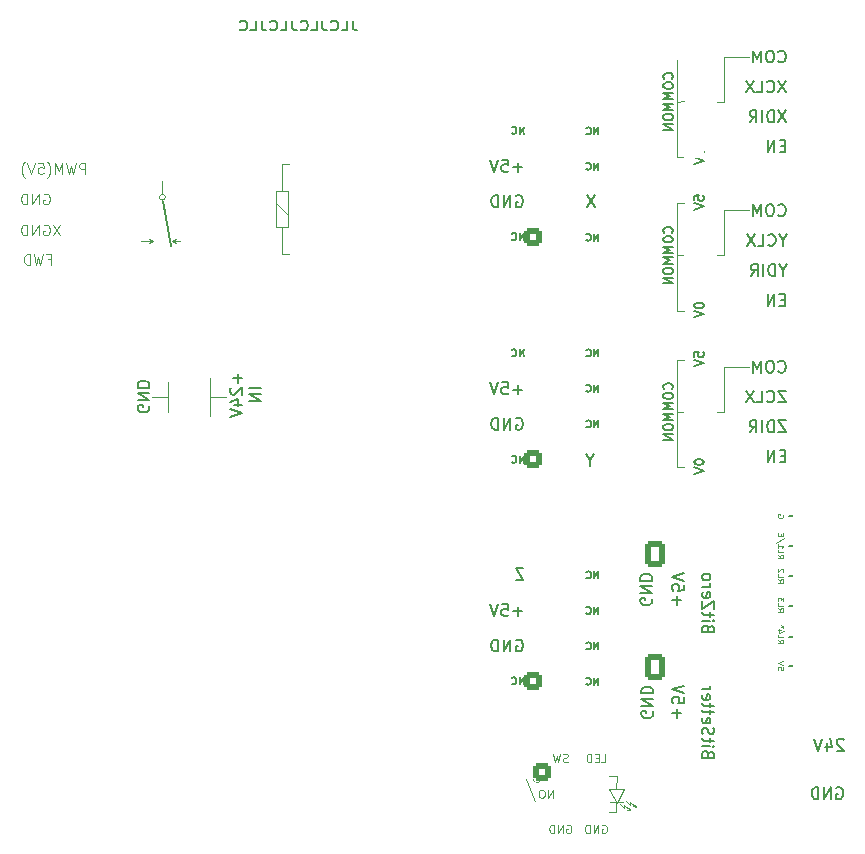
<source format=gbr>
%TF.GenerationSoftware,KiCad,Pcbnew,(6.0.11-0)*%
%TF.CreationDate,2023-05-17T22:58:47+12:00*%
%TF.ProjectId,controller-lower-cut,636f6e74-726f-46c6-9c65-722d6c6f7765,3.2*%
%TF.SameCoordinates,PX1c9c380PY1312d00*%
%TF.FileFunction,Legend,Bot*%
%TF.FilePolarity,Positive*%
%FSLAX46Y46*%
G04 Gerber Fmt 4.6, Leading zero omitted, Abs format (unit mm)*
G04 Created by KiCad (PCBNEW (6.0.11-0)) date 2023-05-17 22:58:47*
%MOMM*%
%LPD*%
G01*
G04 APERTURE LIST*
G04 Aperture macros list*
%AMRoundRect*
0 Rectangle with rounded corners*
0 $1 Rounding radius*
0 $2 $3 $4 $5 $6 $7 $8 $9 X,Y pos of 4 corners*
0 Add a 4 corners polygon primitive as box body*
4,1,4,$2,$3,$4,$5,$6,$7,$8,$9,$2,$3,0*
0 Add four circle primitives for the rounded corners*
1,1,$1+$1,$2,$3*
1,1,$1+$1,$4,$5*
1,1,$1+$1,$6,$7*
1,1,$1+$1,$8,$9*
0 Add four rect primitives between the rounded corners*
20,1,$1+$1,$2,$3,$4,$5,0*
20,1,$1+$1,$4,$5,$6,$7,0*
20,1,$1+$1,$6,$7,$8,$9,0*
20,1,$1+$1,$8,$9,$2,$3,0*%
G04 Aperture macros list end*
%ADD10C,0.100000*%
%ADD11C,0.150000*%
%ADD12C,0.130000*%
%ADD13C,0.125000*%
%ADD14C,0.080000*%
%ADD15C,0.140000*%
%ADD16C,0.120000*%
%ADD17C,1.000000*%
%ADD18RoundRect,0.250001X0.499999X-0.499999X0.499999X0.499999X-0.499999X0.499999X-0.499999X-0.499999X0*%
%ADD19C,1.500000*%
%ADD20RoundRect,0.250000X-0.620000X-0.845000X0.620000X-0.845000X0.620000X0.845000X-0.620000X0.845000X0*%
%ADD21O,1.740000X2.190000*%
%ADD22R,2.600000X2.600000*%
%ADD23C,2.600000*%
%ADD24RoundRect,0.250001X-0.499999X-0.499999X0.499999X-0.499999X0.499999X0.499999X-0.499999X0.499999X0*%
%ADD25C,5.500000*%
%ADD26R,1.700000X1.700000*%
%ADD27O,1.700000X1.700000*%
%ADD28R,2.200000X2.200000*%
%ADD29C,2.200000*%
%ADD30C,1.100000*%
%ADD31C,2.300000*%
%ADD32R,2.300000X2.300000*%
%ADD33C,1.700000*%
%ADD34O,3.200000X1.600000*%
%ADD35O,1.750000X3.500000*%
G04 APERTURE END LIST*
D10*
X72750000Y-33113380D02*
X72750000Y-29313380D01*
X57248544Y-79919998D02*
G75*
G03*
X57248544Y-79919998I-333543J0D01*
G01*
X72750000Y-29313380D02*
X74850000Y-29313380D01*
X72132581Y-20100000D02*
X72707581Y-20100000D01*
X65290001Y-79840003D02*
X65065001Y-79765002D01*
X68750000Y-28703380D02*
X69350000Y-28703380D01*
X65290001Y-79840003D02*
X65190000Y-79640000D01*
X64245858Y-78299852D02*
X63645859Y-79474852D01*
X29250000Y-43500000D02*
X29250000Y-46750000D01*
X68757581Y-24790000D02*
X68757581Y-15690000D01*
X64314999Y-79690002D02*
X64314999Y-79940001D01*
X64220858Y-79424852D02*
X63095858Y-79424852D01*
X64314999Y-79690002D02*
X64790000Y-80115002D01*
X72132581Y-46354230D02*
X72707581Y-46354230D01*
D11*
X78637500Y-67900000D02*
X78237500Y-67900000D01*
X78637500Y-62800000D02*
X78237500Y-62800000D01*
X78637500Y-65400000D02*
X78237500Y-65400000D01*
D10*
X72757581Y-20100000D02*
X72757581Y-16300000D01*
X64814997Y-79415001D02*
X64815001Y-79665004D01*
X69357581Y-51044230D02*
X68757581Y-51044230D01*
X63630000Y-80260000D02*
X63630000Y-79435001D01*
X25650000Y-45100000D02*
X24300000Y-45100000D01*
X63630000Y-78260000D02*
X63679998Y-77210000D01*
X29250000Y-45100000D02*
X30600000Y-45100000D01*
X69357581Y-24790000D02*
X68757581Y-24790000D01*
X57290000Y-79944999D02*
X57565000Y-79945000D01*
X63679998Y-77210000D02*
X63030000Y-77210000D01*
D11*
X78637500Y-55200000D02*
X78237500Y-55200000D01*
D10*
X63045857Y-78299852D02*
X63645858Y-78299852D01*
X72757581Y-46354230D02*
X72757581Y-42554230D01*
X68750000Y-37803380D02*
X68750000Y-28703380D01*
X63630000Y-80260000D02*
X63030000Y-80260000D01*
X64814997Y-79415001D02*
X65290001Y-79840003D01*
D11*
X78637500Y-57700000D02*
X78237500Y-57700000D01*
D10*
X68757581Y-15690000D02*
X69357581Y-15690000D01*
X57248541Y-77419999D02*
X57565000Y-77419999D01*
X63645859Y-79474852D02*
X63045857Y-78299852D01*
X57248542Y-77419999D02*
G75*
G03*
X57248542Y-77419999I-333542J0D01*
G01*
X69350000Y-37803380D02*
X68750000Y-37803380D01*
X68757581Y-46354230D02*
X69357581Y-46344230D01*
X72125000Y-33113380D02*
X72700000Y-33113380D01*
X64790000Y-80115002D02*
X64690000Y-79915003D01*
X55970000Y-77410000D02*
X56800000Y-79600000D01*
D11*
X78637500Y-60300000D02*
X78237500Y-60300000D01*
D10*
X68757581Y-20100000D02*
X69357581Y-20090000D01*
X64314999Y-79940001D02*
X63915000Y-79590002D01*
X72757581Y-42554230D02*
X74857581Y-42554230D01*
X72757581Y-16300000D02*
X74857581Y-16300000D01*
X63645858Y-78299852D02*
X64245858Y-78299852D01*
X64815001Y-79665004D02*
X64415000Y-79315001D01*
X68757581Y-41944230D02*
X69357581Y-41944230D01*
X68750000Y-33113380D02*
X69350000Y-33103380D01*
X25650000Y-46350000D02*
X25650000Y-43850000D01*
X64790000Y-80115002D02*
X64565000Y-80040002D01*
X68757581Y-51044230D02*
X68757581Y-41944230D01*
D11*
X78017223Y-44566610D02*
X77350557Y-44566610D01*
X78017223Y-45566610D01*
X77350557Y-45566610D01*
X76398176Y-45471372D02*
X76445795Y-45518991D01*
X76588652Y-45566610D01*
X76683890Y-45566610D01*
X76826747Y-45518991D01*
X76921985Y-45423753D01*
X76969604Y-45328515D01*
X77017223Y-45138039D01*
X77017223Y-44995182D01*
X76969604Y-44804706D01*
X76921985Y-44709468D01*
X76826747Y-44614230D01*
X76683890Y-44566610D01*
X76588652Y-44566610D01*
X76445795Y-44614230D01*
X76398176Y-44661849D01*
X75493414Y-45566610D02*
X75969604Y-45566610D01*
X75969604Y-44566610D01*
X75255319Y-44566610D02*
X74588652Y-45566610D01*
X74588652Y-44566610D02*
X75255319Y-45566610D01*
X77723928Y-34379570D02*
X77723928Y-34855760D01*
X78057261Y-33855760D02*
X77723928Y-34379570D01*
X77390595Y-33855760D01*
X77057261Y-34855760D02*
X77057261Y-33855760D01*
X76819166Y-33855760D01*
X76676309Y-33903380D01*
X76581071Y-33998618D01*
X76533452Y-34093856D01*
X76485833Y-34284332D01*
X76485833Y-34427189D01*
X76533452Y-34617665D01*
X76581071Y-34712903D01*
X76676309Y-34808141D01*
X76819166Y-34855760D01*
X77057261Y-34855760D01*
X76057261Y-34855760D02*
X76057261Y-33855760D01*
X75009642Y-34855760D02*
X75342976Y-34379570D01*
X75581071Y-34855760D02*
X75581071Y-33855760D01*
X75200119Y-33855760D01*
X75104880Y-33903380D01*
X75057261Y-33950999D01*
X75009642Y-34046237D01*
X75009642Y-34189094D01*
X75057261Y-34284332D01*
X75104880Y-34331951D01*
X75200119Y-34379570D01*
X75581071Y-34379570D01*
X77342976Y-29700522D02*
X77390595Y-29748141D01*
X77533452Y-29795760D01*
X77628690Y-29795760D01*
X77771547Y-29748141D01*
X77866785Y-29652903D01*
X77914404Y-29557665D01*
X77962023Y-29367189D01*
X77962023Y-29224332D01*
X77914404Y-29033856D01*
X77866785Y-28938618D01*
X77771547Y-28843380D01*
X77628690Y-28795760D01*
X77533452Y-28795760D01*
X77390595Y-28843380D01*
X77342976Y-28890999D01*
X76723928Y-28795760D02*
X76533452Y-28795760D01*
X76438214Y-28843380D01*
X76342976Y-28938618D01*
X76295357Y-29129094D01*
X76295357Y-29462427D01*
X76342976Y-29652903D01*
X76438214Y-29748141D01*
X76533452Y-29795760D01*
X76723928Y-29795760D01*
X76819166Y-29748141D01*
X76914404Y-29652903D01*
X76962023Y-29462427D01*
X76962023Y-29129094D01*
X76914404Y-28938618D01*
X76819166Y-28843380D01*
X76723928Y-28795760D01*
X75866785Y-29795760D02*
X75866785Y-28795760D01*
X75533452Y-29510046D01*
X75200119Y-28795760D01*
X75200119Y-29795760D01*
X55759642Y-59622380D02*
X55092976Y-59622380D01*
X55759642Y-60622380D01*
X55092976Y-60622380D01*
D12*
X55772642Y-50671428D02*
X55772642Y-50071428D01*
X55429785Y-50671428D01*
X55429785Y-50071428D01*
X54801214Y-50614285D02*
X54829785Y-50642857D01*
X54915500Y-50671428D01*
X54972642Y-50671428D01*
X55058357Y-50642857D01*
X55115500Y-50585714D01*
X55144071Y-50528571D01*
X55172642Y-50414285D01*
X55172642Y-50328571D01*
X55144071Y-50214285D01*
X55115500Y-50157142D01*
X55058357Y-50100000D01*
X54972642Y-50071428D01*
X54915500Y-50071428D01*
X54829785Y-50100000D01*
X54801214Y-50128571D01*
D13*
X62370000Y-76010979D02*
X62703333Y-76010979D01*
X62703333Y-75310979D01*
X62136666Y-75644313D02*
X61903333Y-75644313D01*
X61803333Y-76010979D02*
X62136666Y-76010979D01*
X62136666Y-75310979D01*
X61803333Y-75310979D01*
X61503333Y-76010979D02*
X61503333Y-75310979D01*
X61336666Y-75310979D01*
X61236666Y-75344313D01*
X61170000Y-75410979D01*
X61136666Y-75477646D01*
X61103333Y-75610979D01*
X61103333Y-75710979D01*
X61136666Y-75844313D01*
X61170000Y-75910979D01*
X61236666Y-75977646D01*
X61336666Y-76010979D01*
X61503333Y-76010979D01*
D11*
X55664404Y-44481428D02*
X54902500Y-44481428D01*
X55283452Y-44862380D02*
X55283452Y-44100476D01*
X53950119Y-43862380D02*
X54426309Y-43862380D01*
X54473928Y-44338571D01*
X54426309Y-44290952D01*
X54331071Y-44243333D01*
X54092976Y-44243333D01*
X53997738Y-44290952D01*
X53950119Y-44338571D01*
X53902500Y-44433809D01*
X53902500Y-44671904D01*
X53950119Y-44767142D01*
X53997738Y-44814761D01*
X54092976Y-44862380D01*
X54331071Y-44862380D01*
X54426309Y-44814761D01*
X54473928Y-44767142D01*
X53616785Y-43862380D02*
X53283452Y-44862380D01*
X52950119Y-43862380D01*
D13*
X15138392Y-27950000D02*
X15224107Y-27907142D01*
X15352678Y-27907142D01*
X15481250Y-27950000D01*
X15566964Y-28035714D01*
X15609821Y-28121428D01*
X15652678Y-28292857D01*
X15652678Y-28421428D01*
X15609821Y-28592857D01*
X15566964Y-28678571D01*
X15481250Y-28764285D01*
X15352678Y-28807142D01*
X15266964Y-28807142D01*
X15138392Y-28764285D01*
X15095535Y-28721428D01*
X15095535Y-28421428D01*
X15266964Y-28421428D01*
X14709821Y-28807142D02*
X14709821Y-27907142D01*
X14195535Y-28807142D01*
X14195535Y-27907142D01*
X13766964Y-28807142D02*
X13766964Y-27907142D01*
X13552678Y-27907142D01*
X13424107Y-27950000D01*
X13338392Y-28035714D01*
X13295535Y-28121428D01*
X13252678Y-28292857D01*
X13252678Y-28421428D01*
X13295535Y-28592857D01*
X13338392Y-28678571D01*
X13424107Y-28764285D01*
X13552678Y-28807142D01*
X13766964Y-28807142D01*
D14*
X77773809Y-67995238D02*
X77773809Y-68233333D01*
X77535714Y-68257142D01*
X77559523Y-68233333D01*
X77583333Y-68185714D01*
X77583333Y-68066666D01*
X77559523Y-68019047D01*
X77535714Y-67995238D01*
X77488095Y-67971428D01*
X77369047Y-67971428D01*
X77321428Y-67995238D01*
X77297619Y-68019047D01*
X77273809Y-68066666D01*
X77273809Y-68185714D01*
X77297619Y-68233333D01*
X77321428Y-68257142D01*
X77773809Y-67828571D02*
X77273809Y-67661904D01*
X77773809Y-67495238D01*
D15*
X68335714Y-31189570D02*
X68373809Y-31151475D01*
X68411904Y-31037189D01*
X68411904Y-30960999D01*
X68373809Y-30846713D01*
X68297619Y-30770522D01*
X68221428Y-30732427D01*
X68069047Y-30694332D01*
X67954761Y-30694332D01*
X67802380Y-30732427D01*
X67726190Y-30770522D01*
X67650000Y-30846713D01*
X67611904Y-30960999D01*
X67611904Y-31037189D01*
X67650000Y-31151475D01*
X67688095Y-31189570D01*
X67611904Y-31684808D02*
X67611904Y-31837189D01*
X67650000Y-31913380D01*
X67726190Y-31989570D01*
X67878571Y-32027665D01*
X68145238Y-32027665D01*
X68297619Y-31989570D01*
X68373809Y-31913380D01*
X68411904Y-31837189D01*
X68411904Y-31684808D01*
X68373809Y-31608618D01*
X68297619Y-31532427D01*
X68145238Y-31494332D01*
X67878571Y-31494332D01*
X67726190Y-31532427D01*
X67650000Y-31608618D01*
X67611904Y-31684808D01*
X68411904Y-32370522D02*
X67611904Y-32370522D01*
X68183333Y-32637189D01*
X67611904Y-32903856D01*
X68411904Y-32903856D01*
X68411904Y-33284808D02*
X67611904Y-33284808D01*
X68183333Y-33551475D01*
X67611904Y-33818141D01*
X68411904Y-33818141D01*
X67611904Y-34351475D02*
X67611904Y-34503856D01*
X67650000Y-34580046D01*
X67726190Y-34656237D01*
X67878571Y-34694332D01*
X68145238Y-34694332D01*
X68297619Y-34656237D01*
X68373809Y-34580046D01*
X68411904Y-34503856D01*
X68411904Y-34351475D01*
X68373809Y-34275284D01*
X68297619Y-34199094D01*
X68145238Y-34160999D01*
X67878571Y-34160999D01*
X67726190Y-34199094D01*
X67650000Y-34275284D01*
X67611904Y-34351475D01*
X68411904Y-35037189D02*
X67611904Y-35037189D01*
X68411904Y-35494332D01*
X67611904Y-35494332D01*
D12*
X55772642Y-41671428D02*
X55772642Y-41071428D01*
X55429785Y-41671428D01*
X55429785Y-41071428D01*
X54801214Y-41614285D02*
X54829785Y-41642857D01*
X54915500Y-41671428D01*
X54972642Y-41671428D01*
X55058357Y-41642857D01*
X55115500Y-41585714D01*
X55144071Y-41528571D01*
X55172642Y-41414285D01*
X55172642Y-41328571D01*
X55144071Y-41214285D01*
X55115500Y-41157142D01*
X55058357Y-41100000D01*
X54972642Y-41071428D01*
X54915500Y-41071428D01*
X54829785Y-41100000D01*
X54801214Y-41128571D01*
X55772642Y-69441428D02*
X55772642Y-68841428D01*
X55429785Y-69441428D01*
X55429785Y-68841428D01*
X54801214Y-69384285D02*
X54829785Y-69412857D01*
X54915500Y-69441428D01*
X54972642Y-69441428D01*
X55058357Y-69412857D01*
X55115500Y-69355714D01*
X55144071Y-69298571D01*
X55172642Y-69184285D01*
X55172642Y-69098571D01*
X55144071Y-68984285D01*
X55115500Y-68927142D01*
X55058357Y-68870000D01*
X54972642Y-68841428D01*
X54915500Y-68841428D01*
X54829785Y-68870000D01*
X54801214Y-68898571D01*
D13*
X59430331Y-81350000D02*
X59496998Y-81316666D01*
X59596998Y-81316666D01*
X59696998Y-81350000D01*
X59763664Y-81416666D01*
X59796998Y-81483333D01*
X59830331Y-81616666D01*
X59830331Y-81716666D01*
X59796998Y-81850000D01*
X59763664Y-81916666D01*
X59696998Y-81983333D01*
X59596998Y-82016666D01*
X59530331Y-82016666D01*
X59430331Y-81983333D01*
X59396998Y-81950000D01*
X59396998Y-81716666D01*
X59530331Y-81716666D01*
X59096998Y-82016666D02*
X59096998Y-81316666D01*
X58696998Y-82016666D01*
X58696998Y-81316666D01*
X58363664Y-82016666D02*
X58363664Y-81316666D01*
X58196998Y-81316666D01*
X58096998Y-81350000D01*
X58030331Y-81416666D01*
X57996998Y-81483333D01*
X57963664Y-81616666D01*
X57963664Y-81716666D01*
X57996998Y-81850000D01*
X58030331Y-81916666D01*
X58096998Y-81983333D01*
X58196998Y-82016666D01*
X58363664Y-82016666D01*
D15*
X70219485Y-50578087D02*
X70219485Y-50654277D01*
X70257581Y-50730468D01*
X70295676Y-50768563D01*
X70371866Y-50806658D01*
X70524247Y-50844753D01*
X70714723Y-50844753D01*
X70867104Y-50806658D01*
X70943295Y-50768563D01*
X70981390Y-50730468D01*
X71019485Y-50654277D01*
X71019485Y-50578087D01*
X70981390Y-50501896D01*
X70943295Y-50463801D01*
X70867104Y-50425706D01*
X70714723Y-50387610D01*
X70524247Y-50387610D01*
X70371866Y-50425706D01*
X70295676Y-50463801D01*
X70257581Y-50501896D01*
X70219485Y-50578087D01*
X70219485Y-51073325D02*
X71019485Y-51339991D01*
X70219485Y-51606658D01*
X70219485Y-15432809D02*
X70219485Y-15051857D01*
X70600438Y-15013761D01*
X70562342Y-15051857D01*
X70524247Y-15128047D01*
X70524247Y-15318523D01*
X70562342Y-15394714D01*
X70600438Y-15432809D01*
X70676628Y-15470904D01*
X70867104Y-15470904D01*
X70943295Y-15432809D01*
X70981390Y-15394714D01*
X71019485Y-15318523D01*
X71019485Y-15128047D01*
X70981390Y-15051857D01*
X70943295Y-15013761D01*
X70219485Y-15699476D02*
X71019485Y-15966142D01*
X70219485Y-16232809D01*
D11*
X55664404Y-63261428D02*
X54902500Y-63261428D01*
X55283452Y-63642380D02*
X55283452Y-62880476D01*
X53950119Y-62642380D02*
X54426309Y-62642380D01*
X54473928Y-63118571D01*
X54426309Y-63070952D01*
X54331071Y-63023333D01*
X54092976Y-63023333D01*
X53997738Y-63070952D01*
X53950119Y-63118571D01*
X53902500Y-63213809D01*
X53902500Y-63451904D01*
X53950119Y-63547142D01*
X53997738Y-63594761D01*
X54092976Y-63642380D01*
X54331071Y-63642380D01*
X54426309Y-63594761D01*
X54473928Y-63547142D01*
X53616785Y-62642380D02*
X53283452Y-63642380D01*
X52950119Y-62642380D01*
X77921985Y-50112801D02*
X77588652Y-50112801D01*
X77445795Y-50636610D02*
X77921985Y-50636610D01*
X77921985Y-49636610D01*
X77445795Y-49636610D01*
X77017223Y-50636610D02*
X77017223Y-49636610D01*
X76445795Y-50636610D01*
X76445795Y-49636610D01*
D15*
X70219485Y-41687039D02*
X70219485Y-41306087D01*
X70600438Y-41267991D01*
X70562342Y-41306087D01*
X70524247Y-41382277D01*
X70524247Y-41572753D01*
X70562342Y-41648944D01*
X70600438Y-41687039D01*
X70676628Y-41725134D01*
X70867104Y-41725134D01*
X70943295Y-41687039D01*
X70981390Y-41648944D01*
X71019485Y-41572753D01*
X71019485Y-41382277D01*
X70981390Y-41306087D01*
X70943295Y-41267991D01*
X70219485Y-41953706D02*
X71019485Y-42220372D01*
X70219485Y-42487039D01*
D11*
X24050000Y-45833214D02*
X24097619Y-45928452D01*
X24097619Y-46071309D01*
X24050000Y-46214166D01*
X23954761Y-46309404D01*
X23859523Y-46357023D01*
X23669047Y-46404642D01*
X23526190Y-46404642D01*
X23335714Y-46357023D01*
X23240476Y-46309404D01*
X23145238Y-46214166D01*
X23097619Y-46071309D01*
X23097619Y-45976071D01*
X23145238Y-45833214D01*
X23192857Y-45785595D01*
X23526190Y-45785595D01*
X23526190Y-45976071D01*
X23097619Y-45357023D02*
X24097619Y-45357023D01*
X23097619Y-44785595D01*
X24097619Y-44785595D01*
X23097619Y-44309404D02*
X24097619Y-44309404D01*
X24097619Y-44071309D01*
X24050000Y-43928452D01*
X23954761Y-43833214D01*
X23859523Y-43785595D01*
X23669047Y-43737976D01*
X23526190Y-43737976D01*
X23335714Y-43785595D01*
X23240476Y-43833214D01*
X23145238Y-43928452D01*
X23097619Y-44071309D01*
X23097619Y-44309404D01*
D13*
X18652678Y-26207142D02*
X18652678Y-25307142D01*
X18309821Y-25307142D01*
X18224107Y-25350000D01*
X18181250Y-25392857D01*
X18138392Y-25478571D01*
X18138392Y-25607142D01*
X18181250Y-25692857D01*
X18224107Y-25735714D01*
X18309821Y-25778571D01*
X18652678Y-25778571D01*
X17838392Y-25307142D02*
X17624107Y-26207142D01*
X17452678Y-25564285D01*
X17281250Y-26207142D01*
X17066964Y-25307142D01*
X16724107Y-26207142D02*
X16724107Y-25307142D01*
X16424107Y-25950000D01*
X16124107Y-25307142D01*
X16124107Y-26207142D01*
X15438392Y-26550000D02*
X15481250Y-26507142D01*
X15566964Y-26378571D01*
X15609821Y-26292857D01*
X15652678Y-26164285D01*
X15695535Y-25950000D01*
X15695535Y-25778571D01*
X15652678Y-25564285D01*
X15609821Y-25435714D01*
X15566964Y-25350000D01*
X15481250Y-25221428D01*
X15438392Y-25178571D01*
X14666964Y-25307142D02*
X15095535Y-25307142D01*
X15138392Y-25735714D01*
X15095535Y-25692857D01*
X15009821Y-25650000D01*
X14795535Y-25650000D01*
X14709821Y-25692857D01*
X14666964Y-25735714D01*
X14624107Y-25821428D01*
X14624107Y-26035714D01*
X14666964Y-26121428D01*
X14709821Y-26164285D01*
X14795535Y-26207142D01*
X15009821Y-26207142D01*
X15095535Y-26164285D01*
X15138392Y-26121428D01*
X14366964Y-25307142D02*
X14066964Y-26207142D01*
X13766964Y-25307142D01*
X13552678Y-26550000D02*
X13509821Y-26507142D01*
X13424107Y-26378571D01*
X13381250Y-26292857D01*
X13338392Y-26164285D01*
X13295535Y-25950000D01*
X13295535Y-25778571D01*
X13338392Y-25564285D01*
X13381250Y-25435714D01*
X13424107Y-25350000D01*
X13509821Y-25221428D01*
X13552678Y-25178571D01*
D11*
X66615221Y-62183214D02*
X66662840Y-62278452D01*
X66662840Y-62421309D01*
X66615221Y-62564166D01*
X66519982Y-62659404D01*
X66424744Y-62707023D01*
X66234268Y-62754642D01*
X66091411Y-62754642D01*
X65900935Y-62707023D01*
X65805697Y-62659404D01*
X65710459Y-62564166D01*
X65662840Y-62421309D01*
X65662840Y-62326071D01*
X65710459Y-62183214D01*
X65758078Y-62135595D01*
X66091411Y-62135595D01*
X66091411Y-62326071D01*
X65662840Y-61707023D02*
X66662840Y-61707023D01*
X65662840Y-61135595D01*
X66662840Y-61135595D01*
X65662840Y-60659404D02*
X66662840Y-60659404D01*
X66662840Y-60421309D01*
X66615221Y-60278452D01*
X66519982Y-60183214D01*
X66424744Y-60135595D01*
X66234268Y-60087976D01*
X66091411Y-60087976D01*
X65900935Y-60135595D01*
X65805697Y-60183214D01*
X65710459Y-60278452D01*
X65662840Y-60421309D01*
X65662840Y-60659404D01*
D12*
X62070214Y-63471428D02*
X62070214Y-62871428D01*
X61727357Y-63471428D01*
X61727357Y-62871428D01*
X61098785Y-63414285D02*
X61127357Y-63442857D01*
X61213071Y-63471428D01*
X61270214Y-63471428D01*
X61355928Y-63442857D01*
X61413071Y-63385714D01*
X61441642Y-63328571D01*
X61470214Y-63214285D01*
X61470214Y-63128571D01*
X61441642Y-63014285D01*
X61413071Y-62957142D01*
X61355928Y-62900000D01*
X61270214Y-62871428D01*
X61213071Y-62871428D01*
X61127357Y-62900000D01*
X61098785Y-62928571D01*
D13*
X62433333Y-81350000D02*
X62500000Y-81316666D01*
X62600000Y-81316666D01*
X62700000Y-81350000D01*
X62766666Y-81416666D01*
X62800000Y-81483333D01*
X62833333Y-81616666D01*
X62833333Y-81716666D01*
X62800000Y-81850000D01*
X62766666Y-81916666D01*
X62700000Y-81983333D01*
X62600000Y-82016666D01*
X62533333Y-82016666D01*
X62433333Y-81983333D01*
X62400000Y-81950000D01*
X62400000Y-81716666D01*
X62533333Y-81716666D01*
X62100000Y-82016666D02*
X62100000Y-81316666D01*
X61700000Y-82016666D01*
X61700000Y-81316666D01*
X61366666Y-82016666D02*
X61366666Y-81316666D01*
X61200000Y-81316666D01*
X61100000Y-81350000D01*
X61033333Y-81416666D01*
X61000000Y-81483333D01*
X60966666Y-81616666D01*
X60966666Y-81716666D01*
X61000000Y-81850000D01*
X61033333Y-81916666D01*
X61100000Y-81983333D01*
X61200000Y-82016666D01*
X61366666Y-82016666D01*
D15*
X70211904Y-28446189D02*
X70211904Y-28065237D01*
X70592857Y-28027141D01*
X70554761Y-28065237D01*
X70516666Y-28141427D01*
X70516666Y-28331903D01*
X70554761Y-28408094D01*
X70592857Y-28446189D01*
X70669047Y-28484284D01*
X70859523Y-28484284D01*
X70935714Y-28446189D01*
X70973809Y-28408094D01*
X71011904Y-28331903D01*
X71011904Y-28141427D01*
X70973809Y-28065237D01*
X70935714Y-28027141D01*
X70211904Y-28712856D02*
X71011904Y-28979522D01*
X70211904Y-29246189D01*
D11*
X78017223Y-18312380D02*
X77350557Y-19312380D01*
X77350557Y-18312380D02*
X78017223Y-19312380D01*
X76398176Y-19217142D02*
X76445795Y-19264761D01*
X76588652Y-19312380D01*
X76683890Y-19312380D01*
X76826747Y-19264761D01*
X76921985Y-19169523D01*
X76969604Y-19074285D01*
X77017223Y-18883809D01*
X77017223Y-18740952D01*
X76969604Y-18550476D01*
X76921985Y-18455238D01*
X76826747Y-18360000D01*
X76683890Y-18312380D01*
X76588652Y-18312380D01*
X76445795Y-18360000D01*
X76398176Y-18407619D01*
X75493414Y-19312380D02*
X75969604Y-19312380D01*
X75969604Y-18312380D01*
X75255319Y-18312380D02*
X74588652Y-19312380D01*
X74588652Y-18312380D02*
X75255319Y-19312380D01*
D12*
X41319047Y-13261904D02*
X41319047Y-13833333D01*
X41366666Y-13947619D01*
X41461904Y-14023809D01*
X41604761Y-14061904D01*
X41700000Y-14061904D01*
X40366666Y-14061904D02*
X40842857Y-14061904D01*
X40842857Y-13261904D01*
X39461904Y-13985714D02*
X39509523Y-14023809D01*
X39652380Y-14061904D01*
X39747619Y-14061904D01*
X39890476Y-14023809D01*
X39985714Y-13947619D01*
X40033333Y-13871428D01*
X40080952Y-13719047D01*
X40080952Y-13604761D01*
X40033333Y-13452380D01*
X39985714Y-13376190D01*
X39890476Y-13300000D01*
X39747619Y-13261904D01*
X39652380Y-13261904D01*
X39509523Y-13300000D01*
X39461904Y-13338095D01*
X38747619Y-13261904D02*
X38747619Y-13833333D01*
X38795238Y-13947619D01*
X38890476Y-14023809D01*
X39033333Y-14061904D01*
X39128571Y-14061904D01*
X37795238Y-14061904D02*
X38271428Y-14061904D01*
X38271428Y-13261904D01*
X36890476Y-13985714D02*
X36938095Y-14023809D01*
X37080952Y-14061904D01*
X37176190Y-14061904D01*
X37319047Y-14023809D01*
X37414285Y-13947619D01*
X37461904Y-13871428D01*
X37509523Y-13719047D01*
X37509523Y-13604761D01*
X37461904Y-13452380D01*
X37414285Y-13376190D01*
X37319047Y-13300000D01*
X37176190Y-13261904D01*
X37080952Y-13261904D01*
X36938095Y-13300000D01*
X36890476Y-13338095D01*
X36176190Y-13261904D02*
X36176190Y-13833333D01*
X36223809Y-13947619D01*
X36319047Y-14023809D01*
X36461904Y-14061904D01*
X36557142Y-14061904D01*
X35223809Y-14061904D02*
X35700000Y-14061904D01*
X35700000Y-13261904D01*
X34319047Y-13985714D02*
X34366666Y-14023809D01*
X34509523Y-14061904D01*
X34604761Y-14061904D01*
X34747619Y-14023809D01*
X34842857Y-13947619D01*
X34890476Y-13871428D01*
X34938095Y-13719047D01*
X34938095Y-13604761D01*
X34890476Y-13452380D01*
X34842857Y-13376190D01*
X34747619Y-13300000D01*
X34604761Y-13261904D01*
X34509523Y-13261904D01*
X34366666Y-13300000D01*
X34319047Y-13338095D01*
X33604761Y-13261904D02*
X33604761Y-13833333D01*
X33652380Y-13947619D01*
X33747619Y-14023809D01*
X33890476Y-14061904D01*
X33985714Y-14061904D01*
X32652380Y-14061904D02*
X33128571Y-14061904D01*
X33128571Y-13261904D01*
X31747619Y-13985714D02*
X31795238Y-14023809D01*
X31938095Y-14061904D01*
X32033333Y-14061904D01*
X32176190Y-14023809D01*
X32271428Y-13947619D01*
X32319047Y-13871428D01*
X32366666Y-13719047D01*
X32366666Y-13604761D01*
X32319047Y-13452380D01*
X32271428Y-13376190D01*
X32176190Y-13300000D01*
X32033333Y-13261904D01*
X31938095Y-13261904D01*
X31795238Y-13300000D01*
X31747619Y-13338095D01*
D15*
X68343295Y-18176190D02*
X68381390Y-18138095D01*
X68419485Y-18023809D01*
X68419485Y-17947619D01*
X68381390Y-17833333D01*
X68305200Y-17757142D01*
X68229009Y-17719047D01*
X68076628Y-17680952D01*
X67962342Y-17680952D01*
X67809961Y-17719047D01*
X67733771Y-17757142D01*
X67657581Y-17833333D01*
X67619485Y-17947619D01*
X67619485Y-18023809D01*
X67657581Y-18138095D01*
X67695676Y-18176190D01*
X67619485Y-18671428D02*
X67619485Y-18823809D01*
X67657581Y-18900000D01*
X67733771Y-18976190D01*
X67886152Y-19014285D01*
X68152819Y-19014285D01*
X68305200Y-18976190D01*
X68381390Y-18900000D01*
X68419485Y-18823809D01*
X68419485Y-18671428D01*
X68381390Y-18595238D01*
X68305200Y-18519047D01*
X68152819Y-18480952D01*
X67886152Y-18480952D01*
X67733771Y-18519047D01*
X67657581Y-18595238D01*
X67619485Y-18671428D01*
X68419485Y-19357142D02*
X67619485Y-19357142D01*
X68190914Y-19623809D01*
X67619485Y-19890476D01*
X68419485Y-19890476D01*
X68419485Y-20271428D02*
X67619485Y-20271428D01*
X68190914Y-20538095D01*
X67619485Y-20804761D01*
X68419485Y-20804761D01*
X67619485Y-21338095D02*
X67619485Y-21490476D01*
X67657581Y-21566666D01*
X67733771Y-21642857D01*
X67886152Y-21680952D01*
X68152819Y-21680952D01*
X68305200Y-21642857D01*
X68381390Y-21566666D01*
X68419485Y-21490476D01*
X68419485Y-21338095D01*
X68381390Y-21261904D01*
X68305200Y-21185714D01*
X68152819Y-21147619D01*
X67886152Y-21147619D01*
X67733771Y-21185714D01*
X67657581Y-21261904D01*
X67619485Y-21338095D01*
X68419485Y-22023809D02*
X67619485Y-22023809D01*
X68419485Y-22480952D01*
X67619485Y-22480952D01*
D14*
X77273809Y-62985714D02*
X77511904Y-63152380D01*
X77273809Y-63271428D02*
X77773809Y-63271428D01*
X77773809Y-63080952D01*
X77750000Y-63033333D01*
X77726190Y-63009523D01*
X77678571Y-62985714D01*
X77607142Y-62985714D01*
X77559523Y-63009523D01*
X77535714Y-63033333D01*
X77511904Y-63080952D01*
X77511904Y-63271428D01*
X77273809Y-62533333D02*
X77273809Y-62771428D01*
X77773809Y-62771428D01*
X77773809Y-62414285D02*
X77773809Y-62104761D01*
X77583333Y-62271428D01*
X77583333Y-62200000D01*
X77559523Y-62152380D01*
X77535714Y-62128571D01*
X77488095Y-62104761D01*
X77369047Y-62104761D01*
X77321428Y-62128571D01*
X77297619Y-62152380D01*
X77273809Y-62200000D01*
X77273809Y-62342857D01*
X77297619Y-62390476D01*
X77321428Y-62414285D01*
D12*
X62070214Y-31871428D02*
X62070214Y-31271428D01*
X61727357Y-31871428D01*
X61727357Y-31271428D01*
X61098785Y-31814285D02*
X61127357Y-31842857D01*
X61213071Y-31871428D01*
X61270214Y-31871428D01*
X61355928Y-31842857D01*
X61413071Y-31785714D01*
X61441642Y-31728571D01*
X61470214Y-31614285D01*
X61470214Y-31528571D01*
X61441642Y-31414285D01*
X61413071Y-31357142D01*
X61355928Y-31300000D01*
X61270214Y-31271428D01*
X61213071Y-31271428D01*
X61127357Y-31300000D01*
X61098785Y-31328571D01*
D11*
X31566428Y-43138095D02*
X31566428Y-43900000D01*
X31947380Y-43519047D02*
X31185476Y-43519047D01*
X31042619Y-44328571D02*
X30995000Y-44376190D01*
X30947380Y-44471428D01*
X30947380Y-44709523D01*
X30995000Y-44804761D01*
X31042619Y-44852380D01*
X31137857Y-44900000D01*
X31233095Y-44900000D01*
X31375952Y-44852380D01*
X31947380Y-44280952D01*
X31947380Y-44900000D01*
X31280714Y-45757142D02*
X31947380Y-45757142D01*
X30899761Y-45519047D02*
X31614047Y-45280952D01*
X31614047Y-45900000D01*
X30947380Y-46138095D02*
X31947380Y-46471428D01*
X30947380Y-46804761D01*
X33557380Y-44376190D02*
X32557380Y-44376190D01*
X33557380Y-44852380D02*
X32557380Y-44852380D01*
X33557380Y-45423809D01*
X32557380Y-45423809D01*
D15*
X70219485Y-24323857D02*
X70219485Y-24400047D01*
X70257581Y-24476238D01*
X70295676Y-24514333D01*
X70371866Y-24552428D01*
X70524247Y-24590523D01*
X70714723Y-24590523D01*
X70867104Y-24552428D01*
X70943295Y-24514333D01*
X70981390Y-24476238D01*
X71019485Y-24400047D01*
X71019485Y-24323857D01*
X70981390Y-24247666D01*
X70943295Y-24209571D01*
X70867104Y-24171476D01*
X70714723Y-24133380D01*
X70524247Y-24133380D01*
X70371866Y-24171476D01*
X70295676Y-24209571D01*
X70257581Y-24247666D01*
X70219485Y-24323857D01*
X70219485Y-24819095D02*
X71019485Y-25085761D01*
X70219485Y-25352428D01*
D12*
X62070214Y-25871428D02*
X62070214Y-25271428D01*
X61727357Y-25871428D01*
X61727357Y-25271428D01*
X61098785Y-25814285D02*
X61127357Y-25842857D01*
X61213071Y-25871428D01*
X61270214Y-25871428D01*
X61355928Y-25842857D01*
X61413071Y-25785714D01*
X61441642Y-25728571D01*
X61470214Y-25614285D01*
X61470214Y-25528571D01*
X61441642Y-25414285D01*
X61413071Y-25357142D01*
X61355928Y-25300000D01*
X61270214Y-25271428D01*
X61213071Y-25271428D01*
X61127357Y-25300000D01*
X61098785Y-25328571D01*
D15*
X70211904Y-37337237D02*
X70211904Y-37413427D01*
X70250000Y-37489618D01*
X70288095Y-37527713D01*
X70364285Y-37565808D01*
X70516666Y-37603903D01*
X70707142Y-37603903D01*
X70859523Y-37565808D01*
X70935714Y-37527713D01*
X70973809Y-37489618D01*
X71011904Y-37413427D01*
X71011904Y-37337237D01*
X70973809Y-37261046D01*
X70935714Y-37222951D01*
X70859523Y-37184856D01*
X70707142Y-37146760D01*
X70516666Y-37146760D01*
X70364285Y-37184856D01*
X70288095Y-37222951D01*
X70250000Y-37261046D01*
X70211904Y-37337237D01*
X70211904Y-37832475D02*
X71011904Y-38099141D01*
X70211904Y-38365808D01*
D11*
X77350557Y-42941372D02*
X77398176Y-42988991D01*
X77541033Y-43036610D01*
X77636271Y-43036610D01*
X77779128Y-42988991D01*
X77874366Y-42893753D01*
X77921985Y-42798515D01*
X77969604Y-42608039D01*
X77969604Y-42465182D01*
X77921985Y-42274706D01*
X77874366Y-42179468D01*
X77779128Y-42084230D01*
X77636271Y-42036610D01*
X77541033Y-42036610D01*
X77398176Y-42084230D01*
X77350557Y-42131849D01*
X76731509Y-42036610D02*
X76541033Y-42036610D01*
X76445795Y-42084230D01*
X76350557Y-42179468D01*
X76302938Y-42369944D01*
X76302938Y-42703277D01*
X76350557Y-42893753D01*
X76445795Y-42988991D01*
X76541033Y-43036610D01*
X76731509Y-43036610D01*
X76826747Y-42988991D01*
X76921985Y-42893753D01*
X76969604Y-42703277D01*
X76969604Y-42369944D01*
X76921985Y-42179468D01*
X76826747Y-42084230D01*
X76731509Y-42036610D01*
X75874366Y-43036610D02*
X75874366Y-42036610D01*
X75541033Y-42750896D01*
X75207700Y-42036610D01*
X75207700Y-43036610D01*
D12*
X62070214Y-47671428D02*
X62070214Y-47071428D01*
X61727357Y-47671428D01*
X61727357Y-47071428D01*
X61098785Y-47614285D02*
X61127357Y-47642857D01*
X61213071Y-47671428D01*
X61270214Y-47671428D01*
X61355928Y-47642857D01*
X61413071Y-47585714D01*
X61441642Y-47528571D01*
X61470214Y-47414285D01*
X61470214Y-47328571D01*
X61441642Y-47214285D01*
X61413071Y-47157142D01*
X61355928Y-47100000D01*
X61270214Y-47071428D01*
X61213071Y-47071428D01*
X61127357Y-47100000D01*
X61098785Y-47128571D01*
X62070214Y-22871428D02*
X62070214Y-22271428D01*
X61727357Y-22871428D01*
X61727357Y-22271428D01*
X61098785Y-22814285D02*
X61127357Y-22842857D01*
X61213071Y-22871428D01*
X61270214Y-22871428D01*
X61355928Y-22842857D01*
X61413071Y-22785714D01*
X61441642Y-22728571D01*
X61470214Y-22614285D01*
X61470214Y-22528571D01*
X61441642Y-22414285D01*
X61413071Y-22357142D01*
X61355928Y-22300000D01*
X61270214Y-22271428D01*
X61213071Y-22271428D01*
X61127357Y-22300000D01*
X61098785Y-22328571D01*
D13*
X59500000Y-75973333D02*
X59400000Y-76006666D01*
X59233333Y-76006666D01*
X59166666Y-75973333D01*
X59133333Y-75940000D01*
X59100000Y-75873333D01*
X59100000Y-75806666D01*
X59133333Y-75740000D01*
X59166666Y-75706666D01*
X59233333Y-75673333D01*
X59366666Y-75640000D01*
X59433333Y-75606666D01*
X59466666Y-75573333D01*
X59500000Y-75506666D01*
X59500000Y-75440000D01*
X59466666Y-75373333D01*
X59433333Y-75340000D01*
X59366666Y-75306666D01*
X59200000Y-75306666D01*
X59100000Y-75340000D01*
X58866666Y-75306666D02*
X58700000Y-76006666D01*
X58566666Y-75506666D01*
X58433333Y-76006666D01*
X58266666Y-75306666D01*
D11*
X71421428Y-64707023D02*
X71373809Y-64564166D01*
X71326190Y-64516547D01*
X71230952Y-64468928D01*
X71088095Y-64468928D01*
X70992857Y-64516547D01*
X70945238Y-64564166D01*
X70897619Y-64659404D01*
X70897619Y-65040357D01*
X71897619Y-65040357D01*
X71897619Y-64707023D01*
X71850000Y-64611785D01*
X71802380Y-64564166D01*
X71707142Y-64516547D01*
X71611904Y-64516547D01*
X71516666Y-64564166D01*
X71469047Y-64611785D01*
X71421428Y-64707023D01*
X71421428Y-65040357D01*
X70897619Y-64040357D02*
X71564285Y-64040357D01*
X71897619Y-64040357D02*
X71850000Y-64087976D01*
X71802380Y-64040357D01*
X71850000Y-63992738D01*
X71897619Y-64040357D01*
X71802380Y-64040357D01*
X71564285Y-63707023D02*
X71564285Y-63326071D01*
X71897619Y-63564166D02*
X71040476Y-63564166D01*
X70945238Y-63516547D01*
X70897619Y-63421309D01*
X70897619Y-63326071D01*
X71897619Y-63087976D02*
X71897619Y-62421309D01*
X70897619Y-63087976D01*
X70897619Y-62421309D01*
X70945238Y-61659404D02*
X70897619Y-61754642D01*
X70897619Y-61945119D01*
X70945238Y-62040357D01*
X71040476Y-62087976D01*
X71421428Y-62087976D01*
X71516666Y-62040357D01*
X71564285Y-61945119D01*
X71564285Y-61754642D01*
X71516666Y-61659404D01*
X71421428Y-61611785D01*
X71326190Y-61611785D01*
X71230952Y-62087976D01*
X70897619Y-61183214D02*
X71564285Y-61183214D01*
X71373809Y-61183214D02*
X71469047Y-61135595D01*
X71516666Y-61087976D01*
X71564285Y-60992738D01*
X71564285Y-60897500D01*
X70897619Y-60421309D02*
X70945238Y-60516547D01*
X70992857Y-60564166D01*
X71088095Y-60611785D01*
X71373809Y-60611785D01*
X71469047Y-60564166D01*
X71516666Y-60516547D01*
X71564285Y-60421309D01*
X71564285Y-60278452D01*
X71516666Y-60183214D01*
X71469047Y-60135595D01*
X71373809Y-60087976D01*
X71088095Y-60087976D01*
X70992857Y-60135595D01*
X70945238Y-60183214D01*
X70897619Y-60278452D01*
X70897619Y-60421309D01*
X68728571Y-72249916D02*
X68728571Y-71488012D01*
X68347619Y-71868964D02*
X69109523Y-71868964D01*
X69347619Y-70535631D02*
X69347619Y-71011821D01*
X68871428Y-71059440D01*
X68919047Y-71011821D01*
X68966666Y-70916583D01*
X68966666Y-70678488D01*
X68919047Y-70583250D01*
X68871428Y-70535631D01*
X68776190Y-70488012D01*
X68538095Y-70488012D01*
X68442857Y-70535631D01*
X68395238Y-70583250D01*
X68347619Y-70678488D01*
X68347619Y-70916583D01*
X68395238Y-71011821D01*
X68442857Y-71059440D01*
X69347619Y-70202297D02*
X68347619Y-69868964D01*
X69347619Y-69535631D01*
X61426071Y-50476190D02*
X61426071Y-50952380D01*
X61759404Y-49952380D02*
X61426071Y-50476190D01*
X61092738Y-49952380D01*
D12*
X62070214Y-66471428D02*
X62070214Y-65871428D01*
X61727357Y-66471428D01*
X61727357Y-65871428D01*
X61098785Y-66414285D02*
X61127357Y-66442857D01*
X61213071Y-66471428D01*
X61270214Y-66471428D01*
X61355928Y-66442857D01*
X61413071Y-66385714D01*
X61441642Y-66328571D01*
X61470214Y-66214285D01*
X61470214Y-66128571D01*
X61441642Y-66014285D01*
X61413071Y-65957142D01*
X61355928Y-65900000D01*
X61270214Y-65871428D01*
X61213071Y-65871428D01*
X61127357Y-65900000D01*
X61098785Y-65928571D01*
D11*
X55140595Y-65690000D02*
X55235833Y-65642380D01*
X55378690Y-65642380D01*
X55521547Y-65690000D01*
X55616785Y-65785238D01*
X55664404Y-65880476D01*
X55712023Y-66070952D01*
X55712023Y-66213809D01*
X55664404Y-66404285D01*
X55616785Y-66499523D01*
X55521547Y-66594761D01*
X55378690Y-66642380D01*
X55283452Y-66642380D01*
X55140595Y-66594761D01*
X55092976Y-66547142D01*
X55092976Y-66213809D01*
X55283452Y-66213809D01*
X54664404Y-66642380D02*
X54664404Y-65642380D01*
X54092976Y-66642380D01*
X54092976Y-65642380D01*
X53616785Y-66642380D02*
X53616785Y-65642380D01*
X53378690Y-65642380D01*
X53235833Y-65690000D01*
X53140595Y-65785238D01*
X53092976Y-65880476D01*
X53045357Y-66070952D01*
X53045357Y-66213809D01*
X53092976Y-66404285D01*
X53140595Y-66499523D01*
X53235833Y-66594761D01*
X53378690Y-66642380D01*
X53616785Y-66642380D01*
D13*
X58246666Y-79046666D02*
X58246666Y-78346666D01*
X57846666Y-79046666D01*
X57846666Y-78346666D01*
X57380000Y-78346666D02*
X57246666Y-78346666D01*
X57180000Y-78380000D01*
X57113333Y-78446666D01*
X57080000Y-78580000D01*
X57080000Y-78813333D01*
X57113333Y-78946666D01*
X57180000Y-79013333D01*
X57246666Y-79046666D01*
X57380000Y-79046666D01*
X57446666Y-79013333D01*
X57513333Y-78946666D01*
X57546666Y-78813333D01*
X57546666Y-78580000D01*
X57513333Y-78446666D01*
X57446666Y-78380000D01*
X57380000Y-78346666D01*
D11*
X55140595Y-46920000D02*
X55235833Y-46872380D01*
X55378690Y-46872380D01*
X55521547Y-46920000D01*
X55616785Y-47015238D01*
X55664404Y-47110476D01*
X55712023Y-47300952D01*
X55712023Y-47443809D01*
X55664404Y-47634285D01*
X55616785Y-47729523D01*
X55521547Y-47824761D01*
X55378690Y-47872380D01*
X55283452Y-47872380D01*
X55140595Y-47824761D01*
X55092976Y-47777142D01*
X55092976Y-47443809D01*
X55283452Y-47443809D01*
X54664404Y-47872380D02*
X54664404Y-46872380D01*
X54092976Y-47872380D01*
X54092976Y-46872380D01*
X53616785Y-47872380D02*
X53616785Y-46872380D01*
X53378690Y-46872380D01*
X53235833Y-46920000D01*
X53140595Y-47015238D01*
X53092976Y-47110476D01*
X53045357Y-47300952D01*
X53045357Y-47443809D01*
X53092976Y-47634285D01*
X53140595Y-47729523D01*
X53235833Y-47824761D01*
X53378690Y-47872380D01*
X53616785Y-47872380D01*
X78017223Y-47096610D02*
X77350557Y-47096610D01*
X78017223Y-48096610D01*
X77350557Y-48096610D01*
X76969604Y-48096610D02*
X76969604Y-47096610D01*
X76731509Y-47096610D01*
X76588652Y-47144230D01*
X76493414Y-47239468D01*
X76445795Y-47334706D01*
X76398176Y-47525182D01*
X76398176Y-47668039D01*
X76445795Y-47858515D01*
X76493414Y-47953753D01*
X76588652Y-48048991D01*
X76731509Y-48096610D01*
X76969604Y-48096610D01*
X75969604Y-48096610D02*
X75969604Y-47096610D01*
X74921985Y-48096610D02*
X75255319Y-47620420D01*
X75493414Y-48096610D02*
X75493414Y-47096610D01*
X75112461Y-47096610D01*
X75017223Y-47144230D01*
X74969604Y-47191849D01*
X74921985Y-47287087D01*
X74921985Y-47429944D01*
X74969604Y-47525182D01*
X75017223Y-47572801D01*
X75112461Y-47620420D01*
X75493414Y-47620420D01*
D12*
X62070214Y-60471428D02*
X62070214Y-59871428D01*
X61727357Y-60471428D01*
X61727357Y-59871428D01*
X61098785Y-60414285D02*
X61127357Y-60442857D01*
X61213071Y-60471428D01*
X61270214Y-60471428D01*
X61355928Y-60442857D01*
X61413071Y-60385714D01*
X61441642Y-60328571D01*
X61470214Y-60214285D01*
X61470214Y-60128571D01*
X61441642Y-60014285D01*
X61413071Y-59957142D01*
X61355928Y-59900000D01*
X61270214Y-59871428D01*
X61213071Y-59871428D01*
X61127357Y-59900000D01*
X61098785Y-59928571D01*
X62070214Y-44671428D02*
X62070214Y-44071428D01*
X61727357Y-44671428D01*
X61727357Y-44071428D01*
X61098785Y-44614285D02*
X61127357Y-44642857D01*
X61213071Y-44671428D01*
X61270214Y-44671428D01*
X61355928Y-44642857D01*
X61413071Y-44585714D01*
X61441642Y-44528571D01*
X61470214Y-44414285D01*
X61470214Y-44328571D01*
X61441642Y-44214285D01*
X61413071Y-44157142D01*
X61355928Y-44100000D01*
X61270214Y-44071428D01*
X61213071Y-44071428D01*
X61127357Y-44100000D01*
X61098785Y-44128571D01*
X62070214Y-69471428D02*
X62070214Y-68871428D01*
X61727357Y-69471428D01*
X61727357Y-68871428D01*
X61098785Y-69414285D02*
X61127357Y-69442857D01*
X61213071Y-69471428D01*
X61270214Y-69471428D01*
X61355928Y-69442857D01*
X61413071Y-69385714D01*
X61441642Y-69328571D01*
X61470214Y-69214285D01*
X61470214Y-69128571D01*
X61441642Y-69014285D01*
X61413071Y-68957142D01*
X61355928Y-68900000D01*
X61270214Y-68871428D01*
X61213071Y-68871428D01*
X61127357Y-68900000D01*
X61098785Y-68928571D01*
D11*
X82868928Y-74147619D02*
X82821309Y-74100000D01*
X82726071Y-74052380D01*
X82487976Y-74052380D01*
X82392738Y-74100000D01*
X82345119Y-74147619D01*
X82297500Y-74242857D01*
X82297500Y-74338095D01*
X82345119Y-74480952D01*
X82916547Y-75052380D01*
X82297500Y-75052380D01*
X81440357Y-74385714D02*
X81440357Y-75052380D01*
X81678452Y-74004761D02*
X81916547Y-74719047D01*
X81297500Y-74719047D01*
X81059404Y-74052380D02*
X80726071Y-75052380D01*
X80392738Y-74052380D01*
X77921985Y-23858571D02*
X77588652Y-23858571D01*
X77445795Y-24382380D02*
X77921985Y-24382380D01*
X77921985Y-23382380D01*
X77445795Y-23382380D01*
X77017223Y-24382380D02*
X77017223Y-23382380D01*
X76445795Y-24382380D01*
X76445795Y-23382380D01*
D13*
X15466964Y-33435714D02*
X15766964Y-33435714D01*
X15766964Y-33907142D02*
X15766964Y-33007142D01*
X15338392Y-33007142D01*
X15081250Y-33007142D02*
X14866964Y-33907142D01*
X14695535Y-33264285D01*
X14524107Y-33907142D01*
X14309821Y-33007142D01*
X13966964Y-33907142D02*
X13966964Y-33007142D01*
X13752678Y-33007142D01*
X13624107Y-33050000D01*
X13538392Y-33135714D01*
X13495535Y-33221428D01*
X13452678Y-33392857D01*
X13452678Y-33521428D01*
X13495535Y-33692857D01*
X13538392Y-33778571D01*
X13624107Y-33864285D01*
X13752678Y-33907142D01*
X13966964Y-33907142D01*
D11*
X77723928Y-31849570D02*
X77723928Y-32325760D01*
X78057261Y-31325760D02*
X77723928Y-31849570D01*
X77390595Y-31325760D01*
X76485833Y-32230522D02*
X76533452Y-32278141D01*
X76676309Y-32325760D01*
X76771547Y-32325760D01*
X76914404Y-32278141D01*
X77009642Y-32182903D01*
X77057261Y-32087665D01*
X77104880Y-31897189D01*
X77104880Y-31754332D01*
X77057261Y-31563856D01*
X77009642Y-31468618D01*
X76914404Y-31373380D01*
X76771547Y-31325760D01*
X76676309Y-31325760D01*
X76533452Y-31373380D01*
X76485833Y-31420999D01*
X75581071Y-32325760D02*
X76057261Y-32325760D01*
X76057261Y-31325760D01*
X75342976Y-31325760D02*
X74676309Y-32325760D01*
X74676309Y-31325760D02*
X75342976Y-32325760D01*
D15*
X68343295Y-44430420D02*
X68381390Y-44392325D01*
X68419485Y-44278039D01*
X68419485Y-44201849D01*
X68381390Y-44087563D01*
X68305200Y-44011372D01*
X68229009Y-43973277D01*
X68076628Y-43935182D01*
X67962342Y-43935182D01*
X67809961Y-43973277D01*
X67733771Y-44011372D01*
X67657581Y-44087563D01*
X67619485Y-44201849D01*
X67619485Y-44278039D01*
X67657581Y-44392325D01*
X67695676Y-44430420D01*
X67619485Y-44925658D02*
X67619485Y-45078039D01*
X67657581Y-45154230D01*
X67733771Y-45230420D01*
X67886152Y-45268515D01*
X68152819Y-45268515D01*
X68305200Y-45230420D01*
X68381390Y-45154230D01*
X68419485Y-45078039D01*
X68419485Y-44925658D01*
X68381390Y-44849468D01*
X68305200Y-44773277D01*
X68152819Y-44735182D01*
X67886152Y-44735182D01*
X67733771Y-44773277D01*
X67657581Y-44849468D01*
X67619485Y-44925658D01*
X68419485Y-45611372D02*
X67619485Y-45611372D01*
X68190914Y-45878039D01*
X67619485Y-46144706D01*
X68419485Y-46144706D01*
X68419485Y-46525658D02*
X67619485Y-46525658D01*
X68190914Y-46792325D01*
X67619485Y-47058991D01*
X68419485Y-47058991D01*
X67619485Y-47592325D02*
X67619485Y-47744706D01*
X67657581Y-47820896D01*
X67733771Y-47897087D01*
X67886152Y-47935182D01*
X68152819Y-47935182D01*
X68305200Y-47897087D01*
X68381390Y-47820896D01*
X68419485Y-47744706D01*
X68419485Y-47592325D01*
X68381390Y-47516134D01*
X68305200Y-47439944D01*
X68152819Y-47401849D01*
X67886152Y-47401849D01*
X67733771Y-47439944D01*
X67657581Y-47516134D01*
X67619485Y-47592325D01*
X68419485Y-48278039D02*
X67619485Y-48278039D01*
X68419485Y-48735182D01*
X67619485Y-48735182D01*
D14*
X77750000Y-55069047D02*
X77773809Y-55116666D01*
X77773809Y-55188095D01*
X77750000Y-55259523D01*
X77702380Y-55307142D01*
X77654761Y-55330952D01*
X77559523Y-55354761D01*
X77488095Y-55354761D01*
X77392857Y-55330952D01*
X77345238Y-55307142D01*
X77297619Y-55259523D01*
X77273809Y-55188095D01*
X77273809Y-55140476D01*
X77297619Y-55069047D01*
X77321428Y-55045238D01*
X77488095Y-55045238D01*
X77488095Y-55140476D01*
D11*
X82261904Y-78200000D02*
X82357142Y-78152380D01*
X82500000Y-78152380D01*
X82642857Y-78200000D01*
X82738095Y-78295238D01*
X82785714Y-78390476D01*
X82833333Y-78580952D01*
X82833333Y-78723809D01*
X82785714Y-78914285D01*
X82738095Y-79009523D01*
X82642857Y-79104761D01*
X82500000Y-79152380D01*
X82404761Y-79152380D01*
X82261904Y-79104761D01*
X82214285Y-79057142D01*
X82214285Y-78723809D01*
X82404761Y-78723809D01*
X81785714Y-79152380D02*
X81785714Y-78152380D01*
X81214285Y-79152380D01*
X81214285Y-78152380D01*
X80738095Y-79152380D02*
X80738095Y-78152380D01*
X80500000Y-78152380D01*
X80357142Y-78200000D01*
X80261904Y-78295238D01*
X80214285Y-78390476D01*
X80166666Y-78580952D01*
X80166666Y-78723809D01*
X80214285Y-78914285D01*
X80261904Y-79009523D01*
X80357142Y-79104761D01*
X80500000Y-79152380D01*
X80738095Y-79152380D01*
D14*
X77273809Y-65676190D02*
X77511904Y-65842857D01*
X77273809Y-65961904D02*
X77773809Y-65961904D01*
X77773809Y-65771428D01*
X77750000Y-65723809D01*
X77726190Y-65700000D01*
X77678571Y-65676190D01*
X77607142Y-65676190D01*
X77559523Y-65700000D01*
X77535714Y-65723809D01*
X77511904Y-65771428D01*
X77511904Y-65961904D01*
X77273809Y-65223809D02*
X77273809Y-65461904D01*
X77773809Y-65461904D01*
X77607142Y-64842857D02*
X77273809Y-64842857D01*
X77797619Y-64961904D02*
X77440476Y-65080952D01*
X77440476Y-64771428D01*
X77773809Y-64509523D02*
X77654761Y-64509523D01*
X77702380Y-64628571D02*
X77654761Y-64509523D01*
X77702380Y-64390476D01*
X77559523Y-64580952D02*
X77654761Y-64509523D01*
X77559523Y-64438095D01*
D11*
X71421428Y-75345154D02*
X71373809Y-75202297D01*
X71326190Y-75154678D01*
X71230952Y-75107059D01*
X71088095Y-75107059D01*
X70992857Y-75154678D01*
X70945238Y-75202297D01*
X70897619Y-75297535D01*
X70897619Y-75678488D01*
X71897619Y-75678488D01*
X71897619Y-75345154D01*
X71850000Y-75249916D01*
X71802380Y-75202297D01*
X71707142Y-75154678D01*
X71611904Y-75154678D01*
X71516666Y-75202297D01*
X71469047Y-75249916D01*
X71421428Y-75345154D01*
X71421428Y-75678488D01*
X70897619Y-74678488D02*
X71564285Y-74678488D01*
X71897619Y-74678488D02*
X71850000Y-74726107D01*
X71802380Y-74678488D01*
X71850000Y-74630869D01*
X71897619Y-74678488D01*
X71802380Y-74678488D01*
X71564285Y-74345154D02*
X71564285Y-73964202D01*
X71897619Y-74202297D02*
X71040476Y-74202297D01*
X70945238Y-74154678D01*
X70897619Y-74059440D01*
X70897619Y-73964202D01*
X70945238Y-73678488D02*
X70897619Y-73535631D01*
X70897619Y-73297535D01*
X70945238Y-73202297D01*
X70992857Y-73154678D01*
X71088095Y-73107059D01*
X71183333Y-73107059D01*
X71278571Y-73154678D01*
X71326190Y-73202297D01*
X71373809Y-73297535D01*
X71421428Y-73488012D01*
X71469047Y-73583250D01*
X71516666Y-73630869D01*
X71611904Y-73678488D01*
X71707142Y-73678488D01*
X71802380Y-73630869D01*
X71850000Y-73583250D01*
X71897619Y-73488012D01*
X71897619Y-73249916D01*
X71850000Y-73107059D01*
X70945238Y-72297535D02*
X70897619Y-72392773D01*
X70897619Y-72583250D01*
X70945238Y-72678488D01*
X71040476Y-72726107D01*
X71421428Y-72726107D01*
X71516666Y-72678488D01*
X71564285Y-72583250D01*
X71564285Y-72392773D01*
X71516666Y-72297535D01*
X71421428Y-72249916D01*
X71326190Y-72249916D01*
X71230952Y-72726107D01*
X71564285Y-71964202D02*
X71564285Y-71583250D01*
X71897619Y-71821345D02*
X71040476Y-71821345D01*
X70945238Y-71773726D01*
X70897619Y-71678488D01*
X70897619Y-71583250D01*
X71564285Y-71392773D02*
X71564285Y-71011821D01*
X71897619Y-71249916D02*
X71040476Y-71249916D01*
X70945238Y-71202297D01*
X70897619Y-71107059D01*
X70897619Y-71011821D01*
X70945238Y-70297535D02*
X70897619Y-70392773D01*
X70897619Y-70583250D01*
X70945238Y-70678488D01*
X71040476Y-70726107D01*
X71421428Y-70726107D01*
X71516666Y-70678488D01*
X71564285Y-70583250D01*
X71564285Y-70392773D01*
X71516666Y-70297535D01*
X71421428Y-70249916D01*
X71326190Y-70249916D01*
X71230952Y-70726107D01*
X70897619Y-69821345D02*
X71564285Y-69821345D01*
X71373809Y-69821345D02*
X71469047Y-69773726D01*
X71516666Y-69726107D01*
X71564285Y-69630869D01*
X71564285Y-69535631D01*
X61807023Y-28002380D02*
X61140357Y-29002380D01*
X61140357Y-28002380D02*
X61807023Y-29002380D01*
X55140595Y-28080000D02*
X55235833Y-28032380D01*
X55378690Y-28032380D01*
X55521547Y-28080000D01*
X55616785Y-28175238D01*
X55664404Y-28270476D01*
X55712023Y-28460952D01*
X55712023Y-28603809D01*
X55664404Y-28794285D01*
X55616785Y-28889523D01*
X55521547Y-28984761D01*
X55378690Y-29032380D01*
X55283452Y-29032380D01*
X55140595Y-28984761D01*
X55092976Y-28937142D01*
X55092976Y-28603809D01*
X55283452Y-28603809D01*
X54664404Y-29032380D02*
X54664404Y-28032380D01*
X54092976Y-29032380D01*
X54092976Y-28032380D01*
X53616785Y-29032380D02*
X53616785Y-28032380D01*
X53378690Y-28032380D01*
X53235833Y-28080000D01*
X53140595Y-28175238D01*
X53092976Y-28270476D01*
X53045357Y-28460952D01*
X53045357Y-28603809D01*
X53092976Y-28794285D01*
X53140595Y-28889523D01*
X53235833Y-28984761D01*
X53378690Y-29032380D01*
X53616785Y-29032380D01*
X66700000Y-71726107D02*
X66747619Y-71821345D01*
X66747619Y-71964202D01*
X66700000Y-72107059D01*
X66604761Y-72202297D01*
X66509523Y-72249916D01*
X66319047Y-72297535D01*
X66176190Y-72297535D01*
X65985714Y-72249916D01*
X65890476Y-72202297D01*
X65795238Y-72107059D01*
X65747619Y-71964202D01*
X65747619Y-71868964D01*
X65795238Y-71726107D01*
X65842857Y-71678488D01*
X66176190Y-71678488D01*
X66176190Y-71868964D01*
X65747619Y-71249916D02*
X66747619Y-71249916D01*
X65747619Y-70678488D01*
X66747619Y-70678488D01*
X65747619Y-70202297D02*
X66747619Y-70202297D01*
X66747619Y-69964202D01*
X66700000Y-69821345D01*
X66604761Y-69726107D01*
X66509523Y-69678488D01*
X66319047Y-69630869D01*
X66176190Y-69630869D01*
X65985714Y-69678488D01*
X65890476Y-69726107D01*
X65795238Y-69821345D01*
X65747619Y-69964202D01*
X65747619Y-70202297D01*
D12*
X55772642Y-22821428D02*
X55772642Y-22221428D01*
X55429785Y-22821428D01*
X55429785Y-22221428D01*
X54801214Y-22764285D02*
X54829785Y-22792857D01*
X54915500Y-22821428D01*
X54972642Y-22821428D01*
X55058357Y-22792857D01*
X55115500Y-22735714D01*
X55144071Y-22678571D01*
X55172642Y-22564285D01*
X55172642Y-22478571D01*
X55144071Y-22364285D01*
X55115500Y-22307142D01*
X55058357Y-22250000D01*
X54972642Y-22221428D01*
X54915500Y-22221428D01*
X54829785Y-22250000D01*
X54801214Y-22278571D01*
D11*
X77914404Y-36871951D02*
X77581071Y-36871951D01*
X77438214Y-37395760D02*
X77914404Y-37395760D01*
X77914404Y-36395760D01*
X77438214Y-36395760D01*
X77009642Y-37395760D02*
X77009642Y-36395760D01*
X76438214Y-37395760D01*
X76438214Y-36395760D01*
D12*
X62070214Y-41671428D02*
X62070214Y-41071428D01*
X61727357Y-41671428D01*
X61727357Y-41071428D01*
X61098785Y-41614285D02*
X61127357Y-41642857D01*
X61213071Y-41671428D01*
X61270214Y-41671428D01*
X61355928Y-41642857D01*
X61413071Y-41585714D01*
X61441642Y-41528571D01*
X61470214Y-41414285D01*
X61470214Y-41328571D01*
X61441642Y-41214285D01*
X61413071Y-41157142D01*
X61355928Y-41100000D01*
X61270214Y-41071428D01*
X61213071Y-41071428D01*
X61127357Y-41100000D01*
X61098785Y-41128571D01*
D11*
X68728571Y-62707023D02*
X68728571Y-61945119D01*
X68347619Y-62326071D02*
X69109523Y-62326071D01*
X69347619Y-60992738D02*
X69347619Y-61468928D01*
X68871428Y-61516547D01*
X68919047Y-61468928D01*
X68966666Y-61373690D01*
X68966666Y-61135595D01*
X68919047Y-61040357D01*
X68871428Y-60992738D01*
X68776190Y-60945119D01*
X68538095Y-60945119D01*
X68442857Y-60992738D01*
X68395238Y-61040357D01*
X68347619Y-61135595D01*
X68347619Y-61373690D01*
X68395238Y-61468928D01*
X68442857Y-61516547D01*
X69347619Y-60659404D02*
X68347619Y-60326071D01*
X69347619Y-59992738D01*
D13*
X16552678Y-30507142D02*
X15952678Y-31407142D01*
X15952678Y-30507142D02*
X16552678Y-31407142D01*
X15138392Y-30550000D02*
X15224107Y-30507142D01*
X15352678Y-30507142D01*
X15481250Y-30550000D01*
X15566964Y-30635714D01*
X15609821Y-30721428D01*
X15652678Y-30892857D01*
X15652678Y-31021428D01*
X15609821Y-31192857D01*
X15566964Y-31278571D01*
X15481250Y-31364285D01*
X15352678Y-31407142D01*
X15266964Y-31407142D01*
X15138392Y-31364285D01*
X15095535Y-31321428D01*
X15095535Y-31021428D01*
X15266964Y-31021428D01*
X14709821Y-31407142D02*
X14709821Y-30507142D01*
X14195535Y-31407142D01*
X14195535Y-30507142D01*
X13766964Y-31407142D02*
X13766964Y-30507142D01*
X13552678Y-30507142D01*
X13424107Y-30550000D01*
X13338392Y-30635714D01*
X13295535Y-30721428D01*
X13252678Y-30892857D01*
X13252678Y-31021428D01*
X13295535Y-31192857D01*
X13338392Y-31278571D01*
X13424107Y-31364285D01*
X13552678Y-31407142D01*
X13766964Y-31407142D01*
D11*
X77350557Y-16687142D02*
X77398176Y-16734761D01*
X77541033Y-16782380D01*
X77636271Y-16782380D01*
X77779128Y-16734761D01*
X77874366Y-16639523D01*
X77921985Y-16544285D01*
X77969604Y-16353809D01*
X77969604Y-16210952D01*
X77921985Y-16020476D01*
X77874366Y-15925238D01*
X77779128Y-15830000D01*
X77636271Y-15782380D01*
X77541033Y-15782380D01*
X77398176Y-15830000D01*
X77350557Y-15877619D01*
X76731509Y-15782380D02*
X76541033Y-15782380D01*
X76445795Y-15830000D01*
X76350557Y-15925238D01*
X76302938Y-16115714D01*
X76302938Y-16449047D01*
X76350557Y-16639523D01*
X76445795Y-16734761D01*
X76541033Y-16782380D01*
X76731509Y-16782380D01*
X76826747Y-16734761D01*
X76921985Y-16639523D01*
X76969604Y-16449047D01*
X76969604Y-16115714D01*
X76921985Y-15925238D01*
X76826747Y-15830000D01*
X76731509Y-15782380D01*
X75874366Y-16782380D02*
X75874366Y-15782380D01*
X75541033Y-16496666D01*
X75207700Y-15782380D01*
X75207700Y-16782380D01*
X78017223Y-20842380D02*
X77350557Y-21842380D01*
X77350557Y-20842380D02*
X78017223Y-21842380D01*
X76969604Y-21842380D02*
X76969604Y-20842380D01*
X76731509Y-20842380D01*
X76588652Y-20890000D01*
X76493414Y-20985238D01*
X76445795Y-21080476D01*
X76398176Y-21270952D01*
X76398176Y-21413809D01*
X76445795Y-21604285D01*
X76493414Y-21699523D01*
X76588652Y-21794761D01*
X76731509Y-21842380D01*
X76969604Y-21842380D01*
X75969604Y-21842380D02*
X75969604Y-20842380D01*
X74921985Y-21842380D02*
X75255319Y-21366190D01*
X75493414Y-21842380D02*
X75493414Y-20842380D01*
X75112461Y-20842380D01*
X75017223Y-20890000D01*
X74969604Y-20937619D01*
X74921985Y-21032857D01*
X74921985Y-21175714D01*
X74969604Y-21270952D01*
X75017223Y-21318571D01*
X75112461Y-21366190D01*
X75493414Y-21366190D01*
X55664404Y-25651428D02*
X54902500Y-25651428D01*
X55283452Y-26032380D02*
X55283452Y-25270476D01*
X53950119Y-25032380D02*
X54426309Y-25032380D01*
X54473928Y-25508571D01*
X54426309Y-25460952D01*
X54331071Y-25413333D01*
X54092976Y-25413333D01*
X53997738Y-25460952D01*
X53950119Y-25508571D01*
X53902500Y-25603809D01*
X53902500Y-25841904D01*
X53950119Y-25937142D01*
X53997738Y-25984761D01*
X54092976Y-26032380D01*
X54331071Y-26032380D01*
X54426309Y-25984761D01*
X54473928Y-25937142D01*
X53616785Y-25032380D02*
X53283452Y-26032380D01*
X52950119Y-25032380D01*
D14*
X77273809Y-58473809D02*
X77511904Y-58640476D01*
X77273809Y-58759523D02*
X77773809Y-58759523D01*
X77773809Y-58569047D01*
X77750000Y-58521428D01*
X77726190Y-58497619D01*
X77678571Y-58473809D01*
X77607142Y-58473809D01*
X77559523Y-58497619D01*
X77535714Y-58521428D01*
X77511904Y-58569047D01*
X77511904Y-58759523D01*
X77273809Y-58021428D02*
X77273809Y-58259523D01*
X77773809Y-58259523D01*
X77273809Y-57592857D02*
X77273809Y-57878571D01*
X77273809Y-57735714D02*
X77773809Y-57735714D01*
X77702380Y-57783333D01*
X77654761Y-57830952D01*
X77630952Y-57878571D01*
X77797619Y-57021428D02*
X77154761Y-57450000D01*
X77535714Y-56854761D02*
X77535714Y-56688095D01*
X77273809Y-56616666D02*
X77273809Y-56854761D01*
X77773809Y-56854761D01*
X77773809Y-56616666D01*
X77273809Y-60535714D02*
X77511904Y-60702380D01*
X77273809Y-60821428D02*
X77773809Y-60821428D01*
X77773809Y-60630952D01*
X77750000Y-60583333D01*
X77726190Y-60559523D01*
X77678571Y-60535714D01*
X77607142Y-60535714D01*
X77559523Y-60559523D01*
X77535714Y-60583333D01*
X77511904Y-60630952D01*
X77511904Y-60821428D01*
X77273809Y-60083333D02*
X77273809Y-60321428D01*
X77773809Y-60321428D01*
X77726190Y-59940476D02*
X77750000Y-59916666D01*
X77773809Y-59869047D01*
X77773809Y-59750000D01*
X77750000Y-59702380D01*
X77726190Y-59678571D01*
X77678571Y-59654761D01*
X77630952Y-59654761D01*
X77559523Y-59678571D01*
X77273809Y-59964285D01*
X77273809Y-59654761D01*
D12*
X55772642Y-31821428D02*
X55772642Y-31221428D01*
X55429785Y-31821428D01*
X55429785Y-31221428D01*
X54801214Y-31764285D02*
X54829785Y-31792857D01*
X54915500Y-31821428D01*
X54972642Y-31821428D01*
X55058357Y-31792857D01*
X55115500Y-31735714D01*
X55144071Y-31678571D01*
X55172642Y-31564285D01*
X55172642Y-31478571D01*
X55144071Y-31364285D01*
X55115500Y-31307142D01*
X55058357Y-31250000D01*
X54972642Y-31221428D01*
X54915500Y-31221428D01*
X54829785Y-31250000D01*
X54801214Y-31278571D01*
D16*
%TO.C,K1*%
X26017800Y-31900000D02*
X26350000Y-31750000D01*
X26017800Y-31900000D02*
X26700000Y-31900000D01*
X26017800Y-31900000D02*
X26350000Y-32050000D01*
X24400000Y-31900000D02*
X24067800Y-31750000D01*
X35300000Y-27700000D02*
X35300000Y-25380000D01*
X35300000Y-25375000D02*
X35950000Y-25375000D01*
X35950000Y-33000000D02*
X35300000Y-33000000D01*
D11*
X25250000Y-28500000D02*
X25900000Y-32300000D01*
D16*
X24400000Y-31900000D02*
X24067800Y-32050000D01*
X24400000Y-31900000D02*
X23350000Y-31900000D01*
X25200000Y-26850000D02*
X25200000Y-27932800D01*
X35300000Y-33000000D02*
X35300000Y-30700000D01*
X35810000Y-29705000D02*
X34790000Y-28695000D01*
X35800000Y-27700000D02*
X34800000Y-27700000D01*
X34800000Y-27700000D02*
X34800000Y-30700000D01*
X34800000Y-30700000D02*
X35800000Y-30700000D01*
X35800000Y-30700000D02*
X35800000Y-27700000D01*
X25454000Y-28200000D02*
G75*
G03*
X25454000Y-28200000I-254000J0D01*
G01*
%TD*%
%LPC*%
D17*
%TO.C,J11*%
X60525000Y-34550000D03*
X60525000Y-19550000D03*
D18*
X56585000Y-31550000D03*
D19*
X56585000Y-28550000D03*
X56585000Y-25550000D03*
X56585000Y-22550000D03*
X59585000Y-31550000D03*
X59585000Y-28550000D03*
X59585000Y-25550000D03*
X59585000Y-22550000D03*
%TD*%
D20*
%TO.C,J18*%
X66860000Y-68000000D03*
D21*
X69400000Y-68000000D03*
X71940000Y-68000000D03*
%TD*%
D22*
%TO.C,J5*%
X78205000Y-79737893D03*
D23*
X78205000Y-74657893D03*
%TD*%
D17*
%TO.C,J4*%
X63300000Y-80832893D03*
X54300000Y-80832893D03*
D24*
X57300000Y-76892893D03*
D19*
X60300000Y-76892893D03*
X57300000Y-79892893D03*
X60300000Y-79892893D03*
%TD*%
D25*
%TO.C,H4*%
X24000000Y-83000000D03*
%TD*%
D26*
%TO.C,JP7*%
X45425000Y-43325000D03*
D27*
X45425000Y-40785000D03*
X45425000Y-38245000D03*
%TD*%
D28*
%TO.C,J10*%
X79708381Y-15795001D03*
D29*
X79708381Y-18335001D03*
X79708381Y-20875001D03*
X79708381Y-23415001D03*
%TD*%
D30*
%TO.C,J7*%
X8160000Y-57930000D03*
X8160000Y-60470000D03*
D28*
X10700000Y-57930000D03*
D29*
X10700000Y-60470000D03*
%TD*%
D20*
%TO.C,J17*%
X66860000Y-58400000D03*
D21*
X69400000Y-58400000D03*
X71940000Y-58400000D03*
%TD*%
D26*
%TO.C,JP5*%
X70200000Y-35713380D03*
D27*
X70200000Y-33173380D03*
X70200000Y-30633380D03*
%TD*%
D17*
%TO.C,J16*%
X60525000Y-72150000D03*
X60525000Y-57150000D03*
D18*
X56585000Y-69150000D03*
D19*
X56585000Y-66150000D03*
X56585000Y-63150000D03*
X56585000Y-60150000D03*
X59585000Y-69150000D03*
X59585000Y-66150000D03*
X59585000Y-63150000D03*
X59585000Y-60150000D03*
%TD*%
D28*
%TO.C,J15*%
X10700000Y-64620000D03*
D29*
X10700000Y-67160000D03*
X10700000Y-69700000D03*
X10700000Y-72240000D03*
%TD*%
D25*
%TO.C,H6*%
X69500000Y-82992893D03*
%TD*%
D26*
%TO.C,JP6*%
X45425000Y-33500000D03*
D27*
X45425000Y-30960000D03*
X45425000Y-28420000D03*
%TD*%
D26*
%TO.C,JP4*%
X70200000Y-23992893D03*
D27*
X70200000Y-21452893D03*
X70200000Y-18912893D03*
%TD*%
D28*
%TO.C,J12*%
X79708381Y-28848381D03*
D29*
X79708381Y-31388381D03*
X79708381Y-33928381D03*
X79708381Y-36468381D03*
%TD*%
D25*
%TO.C,H5*%
X69500000Y-13992893D03*
%TD*%
D28*
%TO.C,J14*%
X79708381Y-42145001D03*
D29*
X79708381Y-44685001D03*
X79708381Y-47225001D03*
X79708381Y-49765001D03*
%TD*%
D31*
%TO.C,K1*%
X37600000Y-33020000D03*
X22360000Y-33000000D03*
X24900000Y-25400000D03*
D32*
X37600000Y-25400000D03*
%TD*%
D17*
%TO.C,J13*%
X60525000Y-53350000D03*
X60525000Y-38350000D03*
D18*
X56585000Y-50350000D03*
D19*
X56585000Y-47350000D03*
X56585000Y-44350000D03*
X56585000Y-41350000D03*
X59585000Y-50350000D03*
X59585000Y-47350000D03*
X59585000Y-44350000D03*
X59585000Y-41350000D03*
%TD*%
D26*
%TO.C,JP2*%
X45400000Y-50075000D03*
D27*
X45400000Y-52615000D03*
X45400000Y-55155000D03*
%TD*%
D29*
%TO.C,J3*%
X21500000Y-53300000D03*
D33*
X21500000Y-48000000D03*
D29*
X21500000Y-37700000D03*
D33*
X21500000Y-43000000D03*
D34*
X28650000Y-48400000D03*
X25000000Y-48000000D03*
X25000000Y-43000000D03*
X28650000Y-42600000D03*
X30000000Y-37700000D03*
D35*
X19500000Y-45500000D03*
D34*
X30000000Y-53300000D03*
%TD*%
D28*
%TO.C,J9*%
X79700000Y-55250000D03*
D29*
X79700000Y-57790000D03*
X79700000Y-60330000D03*
X79700000Y-62870000D03*
X79700000Y-65410000D03*
X79700000Y-67950000D03*
%TD*%
D26*
%TO.C,JP3*%
X60725000Y-13800000D03*
D27*
X63265000Y-13800000D03*
%TD*%
D26*
%TO.C,JP1*%
X67800000Y-76492893D03*
D27*
X67800000Y-73952893D03*
%TD*%
D26*
%TO.C,JP8*%
X70200000Y-48910000D03*
D27*
X70200000Y-46370000D03*
X70200000Y-43830000D03*
%TD*%
D26*
%TO.C,J2*%
X50100000Y-68311000D03*
D27*
X50100000Y-65771000D03*
X50100000Y-63231000D03*
X50100000Y-60691000D03*
X50100000Y-58151000D03*
X50100000Y-55611000D03*
X50100000Y-53071000D03*
X50100000Y-50531000D03*
X50100000Y-47991000D03*
X50100000Y-45451000D03*
X50100000Y-42911000D03*
X50100000Y-40371000D03*
X50100000Y-37831000D03*
X50100000Y-35291000D03*
X50100000Y-32751000D03*
X50100000Y-30211000D03*
X50100000Y-27671000D03*
X50100000Y-25131000D03*
X50100000Y-22591000D03*
X50100000Y-20051000D03*
X50100000Y-17511000D03*
X50100000Y-14971000D03*
X50100000Y-12431000D03*
%TD*%
D25*
%TO.C,H3*%
X24000000Y-14000000D03*
%TD*%
D28*
%TO.C,J19*%
X10700000Y-33414999D03*
D29*
X10700000Y-30874999D03*
X10700000Y-28334999D03*
X10700000Y-25794999D03*
%TD*%
M02*

</source>
